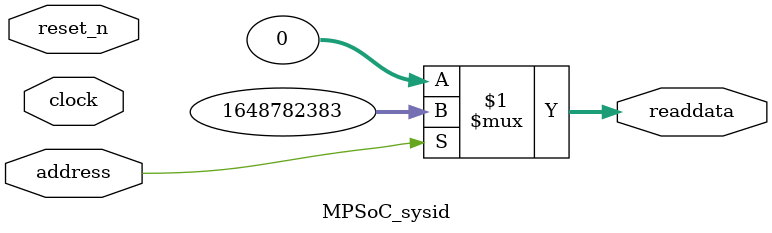
<source format=v>

`timescale 1ns / 1ps
// synthesis translate_on

// turn off superfluous verilog processor warnings 
// altera message_level Level1 
// altera message_off 10034 10035 10036 10037 10230 10240 10030 

module MPSoC_sysid (
               // inputs:
                address,
                clock,
                reset_n,

               // outputs:
                readdata
             )
;

  output  [ 31: 0] readdata;
  input            address;
  input            clock;
  input            reset_n;

  wire    [ 31: 0] readdata;
  //control_slave, which is an e_avalon_slave
  assign readdata = address ? 1648782383 : 0;

endmodule




</source>
